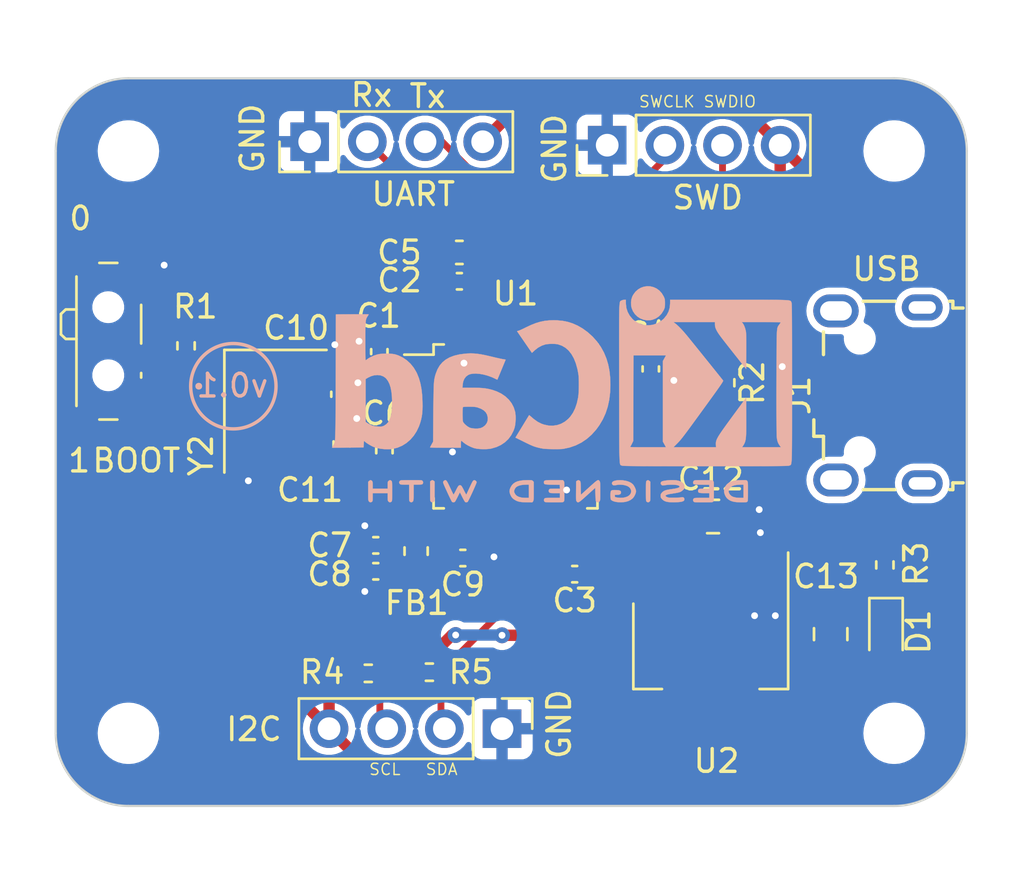
<source format=kicad_pcb>
(kicad_pcb (version 20221018) (generator pcbnew)
  (title_block (title "STM32 Demo Project") (date "2024-06-11") (rev "0.1"))
  (layers (0 "F.Cu" signal) (31 "B.Cu" power) (34 "B.Paste" user) (35 "F.Paste" user) (36 "B.SilkS" user "B.Silkscreen") (37 "F.SilkS" user "F.Silkscreen") (38 "B.Mask" user) (39 "F.Mask" user) (44 "Edge.Cuts" user))
  (net 0 "")
  (net 1 "+3V3")
  (net 2 "GND")
  (net 3 "+3.3VA")
  (net 4 "/NRST")
  (net 5 "/HSE_IN")
  (net 6 "/HSE_OUT")
  (net 7 "VBUS")
  (net 8 "/PWR_LED_K")
  (net 9 "/USB_D-")
  (net 10 "/USB_D+")
  (net 12 "/SWDIO")
  (net 13 "/SWCLK")
  (net 14 "/USART1_RX")
  (net 15 "/USART1_TX")
  (net 16 "/I2C2_SDA")
  (net 17 "/I2C2_SCL")
  (net 18 "/sw_boot0")
  (net 19 "/boot0")
  (footprint "Button_Switch_SMD:SW_SPDT_PCM12" (layer "F.Cu") (at 129.3876 69.7484 -90)
    (fp_text reference "SW1" hide)
    (fp_text value "SW_SPDT")
    (pad "" smd rect (at -3.65 -0.78 270) (size 1 0.8) (layers "F.Cu" "F.Paste" "F.Mask"))
    (pad "" smd rect (at -3.65 1.43 270) (size 1 0.8) (layers "F.Cu" "F.Paste" "F.Mask"))
    (pad "" np_thru_hole circle (at -1.5 0.33 270) (size 0.9 0.9) (drill 0.9) (layers "*.Cu" "*.Mask"))
    (pad "" np_thru_hole circle (at 1.5 0.33 270) (size 0.9 0.9) (drill 0.9) (layers "*.Cu" "*.Mask"))
    (pad "" smd rect (at 3.65 -0.78 270) (size 1 0.8) (layers "F.Cu" "F.Paste" "F.Mask"))
    (pad "" smd rect (at 3.65 1.43 270) (size 1 0.8) (layers "F.Cu" "F.Paste" "F.Mask"))
    (pad "1" smd rect (at -2.25 -1.43 270) (size 0.7 1.5) (layers "F.Cu" "F.Paste" "F.Mask") (net 2 "GND"))
    (pad "2" smd rect (at 0.75 -1.43 270) (size 0.7 1.5) (layers "F.Cu" "F.Paste" "F.Mask") (net 18 "/sw_boot0"))
    (pad "3" smd rect (at 2.25 -1.43 270) (size 0.7 1.5) (layers "F.Cu" "F.Paste" "F.Mask") (net 1 "+3V3"))
  )
  (footprint "Capacitor_SMD:C_0402_1005Metric" (layer "F.Cu") (at 141 70.2056 90)
    (fp_text reference "C1" (at 1.5748 -0.03 180) (layer "F.SilkS"))
    (fp_text value "100n")
    (pad "1" smd roundrect (at -0.48 0 90) (size 0.56 0.62) (layers "F.Cu" "F.Paste" "F.Mask") (net 1 "+3V3"))
    (pad "2" smd roundrect (at 0.48 0 90) (size 0.56 0.62) (layers "F.Cu" "F.Paste" "F.Mask") (net 2 "GND"))
  )
  (footprint "LED_SMD:LED_0603_1608Metric" (layer "F.Cu") (at 163.322 82.55 -90)
    (fp_text reference "D1" (at 0 -1.43 90) (layer "F.SilkS"))
    (fp_text value "RED")
    (pad "1" smd roundrect (at -0.7875 0 270) (size 0.875 0.95) (layers "F.Cu" "F.Paste" "F.Mask") (net 8 "/PWR_LED_K"))
    (pad "2" smd roundrect (at 0.7875 0 270) (size 0.875 0.95) (layers "F.Cu" "F.Paste" "F.Mask") (net 1 "+3V3"))
  )
  (footprint "Capacitor_SMD:C_0805_2012Metric" (layer "F.Cu") (at 155.702 77.47)
    (fp_text reference "C12" (at -0.1016 -1.6764) (layer "F.SilkS"))
    (fp_text value "22u")
    (pad "1" smd roundrect (at -0.95 0) (size 1 1.45) (layers "F.Cu" "F.Paste" "F.Mask") (net 7 "VBUS"))
    (pad "2" smd roundrect (at 0.95 0) (size 1 1.45) (layers "F.Cu" "F.Paste" "F.Mask") (net 2 "GND"))
  )
  (footprint "MountingHole:MountingHole_2.2mm_M2" (layer "F.Cu") (at 129.9464 87.0204)
    (fp_text reference "H3")
    (fp_text value "MountingHole")
    (pad "" np_thru_hole circle (at 0 0) (size 2.2 2.2) (drill 2.2) (layers "*.Cu" "*.Mask"))
  )
  (footprint "Capacitor_SMD:C_0402_1005Metric" (layer "F.Cu") (at 140.843 79.883 180)
    (fp_text reference "C8" (at 2.032 -0.127) (layer "F.SilkS"))
    (fp_text value "1u")
    (pad "1" smd roundrect (at -0.48 0 180) (size 0.56 0.62) (layers "F.Cu" "F.Paste" "F.Mask") (net 1 "+3V3"))
    (pad "2" smd roundrect (at 0.48 0 180) (size 0.56 0.62) (layers "F.Cu" "F.Paste" "F.Mask") (net 2 "GND"))
  )
  (footprint "Resistor_SMD:R_0402_1005Metric" (layer "F.Cu") (at 143.2052 84.328)
    (fp_text reference "R5" (at 1.8288 0) (layer "F.SilkS"))
    (fp_text value "1k5")
    (pad "1" smd roundrect (at -0.51 0) (size 0.54 0.64) (layers "F.Cu" "F.Paste" "F.Mask") (net 1 "+3V3"))
    (pad "2" smd roundrect (at 0.51 0) (size 0.54 0.64) (layers "F.Cu" "F.Paste" "F.Mask") (net 16 "/I2C2_SDA"))
  )
  (footprint "Capacitor_SMD:C_0402_1005Metric" (layer "F.Cu") (at 144.6784 79.2988)
    (fp_text reference "C9" (at 0 1.1684 180) (layer "F.SilkS"))
    (fp_text value "100n")
    (pad "1" smd roundrect (at -0.48 0) (size 0.56 0.62) (layers "F.Cu" "F.Paste" "F.Mask") (net 4 "/NRST"))
    (pad "2" smd roundrect (at 0.48 0) (size 0.56 0.62) (layers "F.Cu" "F.Paste" "F.Mask") (net 2 "GND"))
  )
  (footprint "MountingHole:MountingHole_2.2mm_M2" (layer "F.Cu") (at 129.9464 61.3664)
    (fp_text reference "H1")
    (fp_text value "MountingHole")
    (pad "" np_thru_hole circle (at 0 0) (size 2.2 2.2) (drill 2.2) (layers "*.Cu" "*.Mask"))
  )
  (footprint "Resistor_SMD:R_0402_1005Metric" (layer "F.Cu") (at 163.2712 79.6036 90)
    (fp_text reference "R3" (at 0.0508 1.3716 90) (layer "F.SilkS"))
    (fp_text value "1k5")
    (pad "1" smd roundrect (at -0.51 0 90) (size 0.54 0.64) (layers "F.Cu" "F.Paste" "F.Mask") (net 8 "/PWR_LED_K"))
    (pad "2" smd roundrect (at 0.51 0 90) (size 0.54 0.64) (layers "F.Cu" "F.Paste" "F.Mask") (net 2 "GND"))
  )
  (footprint "Connector_PinHeader_2.54mm:PinHeader_1x04_P2.54mm_Vertical" (layer "F.Cu") (at 146.4056 86.8172 -90)
    (fp_text reference "J4" hide)
    (fp_text value "Conn_01x04_Pin")
    (pad "1" thru_hole rect (at 0 0 270) (size 1.7 1.7) (drill 1) (layers "*.Cu" "*.Mask") (net 2 "GND"))
    (pad "2" thru_hole oval (at 0 2.54 270) (size 1.7 1.7) (drill 1) (layers "*.Cu" "*.Mask") (net 16 "/I2C2_SDA"))
    (pad "3" thru_hole oval (at 0 5.08 270) (size 1.7 1.7) (drill 1) (layers "*.Cu" "*.Mask") (net 17 "/I2C2_SCL"))
    (pad "4" thru_hole oval (at 0 7.62 270) (size 1.7 1.7) (drill 1) (layers "*.Cu" "*.Mask") (net 1 "+3V3"))
  )
  (footprint "Capacitor_SMD:C_0402_1005Metric" (layer "F.Cu") (at 152.9588 70.9676 -90)
    (fp_text reference "C4" (at -1.524 0.1016 -180) (layer "F.SilkS"))
    (fp_text value "100n")
    (pad "1" smd roundrect (at -0.48 0 270) (size 0.56 0.62) (layers "F.Cu" "F.Paste" "F.Mask") (net 1 "+3V3"))
    (pad "2" smd roundrect (at 0.48 0 270) (size 0.56 0.62) (layers "F.Cu" "F.Paste" "F.Mask") (net 2 "GND"))
  )
  (footprint "Capacitor_SMD:C_0603_1608Metric" (layer "F.Cu") (at 144.526 65.8368)
    (fp_text reference "C5" (at -2.6416 0) (layer "F.SilkS"))
    (fp_text value "10u")
    (pad "1" smd roundrect (at -0.775 0) (size 0.9 0.95) (layers "F.Cu" "F.Paste" "F.Mask") (net 1 "+3V3"))
    (pad "2" smd roundrect (at 0.775 0) (size 0.9 0.95) (layers "F.Cu" "F.Paste" "F.Mask") (net 2 "GND"))
  )
  (footprint "Resistor_SMD:R_0402_1005Metric" (layer "F.Cu") (at 140.5128 84.3788)
    (fp_text reference "R4" (at -2.032 -0.0508) (layer "F.SilkS"))
    (fp_text value "1k5")
    (pad "1" smd roundrect (at -0.51 0) (size 0.54 0.64) (layers "F.Cu" "F.Paste" "F.Mask") (net 1 "+3V3"))
    (pad "2" smd roundrect (at 0.51 0) (size 0.54 0.64) (layers "F.Cu" "F.Paste" "F.Mask") (net 17 "/I2C2_SCL"))
  )
  (footprint "Package_TO_SOT_SMD:SOT-223-3_TabPin2" (layer "F.Cu") (at 155.6004 83.1596 -90)
    (fp_text reference "U2" (at 5.08 -0.254 -180) (layer "F.SilkS"))
    (fp_text value "AMS1117-3.3")
    (pad "1" smd rect (at -3.15 -2.3 270) (size 2 1.5) (layers "F.Cu" "F.Paste" "F.Mask") (net 2 "GND"))
    (pad "2" smd rect (at -3.15 0 270) (size 2 1.5) (layers "F.Cu" "F.Paste" "F.Mask") (net 1 "+3V3"))
    (pad "2" smd rect (at 3.15 0 270) (size 2 3.8) (layers "F.Cu" "F.Paste" "F.Mask") (net 1 "+3V3"))
    (pad "3" smd rect (at -3.15 2.3 270) (size 2 1.5) (layers "F.Cu" "F.Paste" "F.Mask") (net 7 "VBUS"))
  )
  (footprint "Connector_PinHeader_2.54mm:PinHeader_1x04_P2.54mm_Vertical" (layer "F.Cu") (at 151.0384 61.1124 90)
    (fp_text reference "J2" hide)
    (fp_text value "Conn_01x04_Pin")
    (pad "1" thru_hole rect (at 0 0 90) (size 1.7 1.7) (drill 1) (layers "*.Cu" "*.Mask") (net 2 "GND"))
    (pad "2" thru_hole oval (at 0 2.54 90) (size 1.7 1.7) (drill 1) (layers "*.Cu" "*.Mask") (net 13 "/SWCLK"))
    (pad "3" thru_hole oval (at 0 5.08 90) (size 1.7 1.7) (drill 1) (layers "*.Cu" "*.Mask") (net 12 "/SWDIO"))
    (pad "4" thru_hole oval (at 0 7.62 90) (size 1.7 1.7) (drill 1) (layers "*.Cu" "*.Mask") (net 1 "+3V3"))
  )
  (footprint "Inductor_SMD:L_0603_1608Metric" (layer "F.Cu") (at 142.621 78.994 -90)
    (fp_text reference "FB1" (at 2.286 -0.0254) (layer "F.SilkS"))
    (fp_text value "120R")
    (pad "1" smd roundrect (at -0.7875 0 270) (size 0.875 0.95) (layers "F.Cu" "F.Paste" "F.Mask") (net 3 "+3.3VA"))
    (pad "2" smd roundrect (at 0.7875 0 270) (size 0.875 0.95) (layers "F.Cu" "F.Paste" "F.Mask") (net 1 "+3V3"))
  )
  (footprint "Connector_PinHeader_2.54mm:PinHeader_1x04_P2.54mm_Vertical" (layer "F.Cu") (at 137.932 60.96 90)
    (fp_text reference "J3" hide)
    (fp_text value "Conn_01x04_Pin")
    (pad "1" thru_hole rect (at 0 0 90) (size 1.7 1.7) (drill 1) (layers "*.Cu" "*.Mask") (net 2 "GND"))
    (pad "2" thru_hole oval (at 0 2.54 90) (size 1.7 1.7) (drill 1) (layers "*.Cu" "*.Mask") (net 14 "/USART1_RX"))
    (pad "3" thru_hole oval (at 0 5.08 90) (size 1.7 1.7) (drill 1) (layers "*.Cu" "*.Mask") (net 15 "/USART1_TX"))
    (pad "4" thru_hole oval (at 0 7.62 90) (size 1.7 1.7) (drill 1) (layers "*.Cu" "*.Mask") (net 1 "+3V3"))
  )
  (footprint "Connector_USB:USB_Micro-B_Wuerth_629105150521" (layer "F.Cu") (at 162.9664 72.136 90)
    (fp_text reference "J1" (at 0 -3.5 90) (layer "F.SilkS"))
    (fp_text value "USB_B_Micro")
    (pad "" np_thru_hole oval (at -2.5 -0.8 90) (size 0.8 0.8) (drill 0.8) (layers "*.Cu" "*.Mask"))
    (pad "" np_thru_hole oval (at 2.5 -0.8 90) (size 0.8 0.8) (drill 0.8) (layers "*.Cu" "*.Mask"))
    (pad "1" smd rect (at -1.3 -1.9 90) (size 0.45 1.3) (layers "F.Cu" "F.Paste" "F.Mask") (net 7 "VBUS"))
    (pad "2" smd rect (at -0.65 -1.9 90) (size 0.45 1.3) (layers "F.Cu" "F.Paste" "F.Mask") (net 9 "/USB_D-"))
    (pad "3" smd rect (at 0 -1.9 90) (size 0.45 1.3) (layers "F.Cu" "F.Paste" "F.Mask") (net 10 "/USB_D+"))
    (pad "4" smd rect (at 0.65 -1.9 90) (size 0.45 1.3) (layers "F.Cu" "F.Paste" "F.Mask"))
    (pad "5" smd rect (at 1.3 -1.9 90) (size 0.45 1.3) (layers "F.Cu" "F.Paste" "F.Mask") (net 2 "GND"))
    (pad "6" thru_hole oval (at -3.875 1.95 90) (size 1.15 1.8) (drill oval 0.55 1.2) (layers "*.Cu" "*.Mask"))
    (pad "6" thru_hole oval (at -3.725 -1.85 90) (size 1.45 2) (drill oval 0.85 1.4) (layers "*.Cu" "*.Mask"))
    (pad "6" thru_hole oval (at 3.725 -1.85 90) (size 1.45 2) (drill oval 0.85 1.4) (layers "*.Cu" "*.Mask"))
    (pad "6" thru_hole oval (at 3.875 1.95 90) (size 1.15 1.8) (drill oval 0.55 1.2) (layers "*.Cu" "*.Mask"))
  )
  (footprint "Crystal:Crystal_SMD_3225-4Pin_3.2x2.5mm_HandSoldering" (layer "F.Cu") (at 136.4234 72.8316 -90)
    (fp_text reference "Y2" (at 1.946 3.2766 90) (layer "F.SilkS"))
    (fp_text value "16MHz")
    (pad "1" smd rect (at -1.45 1.15 270) (size 2.1 1.8) (layers "F.Cu" "F.Paste" "F.Mask") (net 5 "/HSE_IN"))
    (pad "2" smd rect (at 1.45 1.15 270) (size 2.1 1.8) (layers "F.Cu" "F.Paste" "F.Mask") (net 2 "GND"))
    (pad "3" smd rect (at 1.45 -1.15 270) (size 2.1 1.8) (layers "F.Cu" "F.Paste" "F.Mask") (net 6 "/HSE_OUT"))
    (pad "4" smd rect (at -1.45 -1.15 270) (size 2.1 1.8) (layers "F.Cu" "F.Paste" "F.Mask") (net 2 "GND"))
  )
  (footprint "MountingHole:MountingHole_2.2mm_M2" (layer "F.Cu") (at 163.6776 61.3664)
    (fp_text reference "H2")
    (fp_text value "MountingHole")
    (pad "" np_thru_hole circle (at 0 0) (size 2.2 2.2) (drill 2.2) (layers "*.Cu" "*.Mask"))
  )
  (footprint "Capacitor_SMD:C_0402_1005Metric" (layer "F.Cu") (at 144.526 67.1068)
    (fp_text reference "C2" (at -2.6356 -0.0376) (layer "F.SilkS"))
    (fp_text value "100n")
    (pad "1" smd roundrect (at -0.48 0) (size 0.56 0.62) (layers "F.Cu" "F.Paste" "F.Mask") (net 1 "+3V3"))
    (pad "2" smd roundrect (at 0.48 0) (size 0.56 0.62) (layers "F.Cu" "F.Paste" "F.Mask") (net 2 "GND"))
  )
  (footprint "Package_QFP:LQFP-48_7x7mm_P0.5mm" (layer "F.Cu") (at 147 73.5)
    (fp_text reference "U1" (at 0 -5.85) (layer "F.SilkS"))
    (fp_text value "STM32F103C8T6")
    (pad "1" smd roundrect (at -4.1625 -2.75) (size 1.475 0.3) (layers "F.Cu" "F.Paste" "F.Mask") (net 1 "+3V3"))
    (pad "2" smd roundrect (at -4.1625 -2.25) (size 1.475 0.3) (layers "F.Cu" "F.Paste" "F.Mask"))
    (pad "3" smd roundrect (at -4.1625 -1.75) (size 1.475 0.3) (layers "F.Cu" "F.Paste" "F.Mask"))
    (pad "4" smd roundrect (at -4.1625 -1.25) (size 1.475 0.3) (layers "F.Cu" "F.Paste" "F.Mask"))
    (pad "5" smd roundrect (at -4.1625 -0.75) (size 1.475 0.3) (layers "F.Cu" "F.Paste" "F.Mask") (net 5 "/HSE_IN"))
    (pad "6" smd roundrect (at -4.1625 -0.25) (size 1.475 0.3) (layers "F.Cu" "F.Paste" "F.Mask") (net 6 "/HSE_OUT"))
    (pad "7" smd roundrect (at -4.1625 0.25) (size 1.475 0.3) (layers "F.Cu" "F.Paste" "F.Mask") (net 4 "/NRST"))
    (pad "8" smd roundrect (at -4.1625 0.75) (size 1.475 0.3) (layers "F.Cu" "F.Paste" "F.Mask") (net 2 "GND"))
    (pad "9" smd roundrect (at -4.1625 1.25) (size 1.475 0.3) (layers "F.Cu" "F.Paste" "F.Mask") (net 3 "+3.3VA"))
    (pad "10" smd roundrect (at -4.1625 1.75) (size 1.475 0.3) (layers "F.Cu" "F.Paste" "F.Mask"))
    (pad "11" smd roundrect (at -4.1625 2.25) (size 1.475 0.3) (layers "F.Cu" "F.Paste" "F.Mask"))
    (pad "12" smd roundrect (at -4.1625 2.75) (size 1.475 0.3) (layers "F.Cu" "F.Paste" "F.Mask"))
    (pad "13" smd roundrect (at -2.75 4.1625) (size 0.3 1.475) (layers "F.Cu" "F.Paste" "F.Mask"))
    (pad "14" smd roundrect (at -2.25 4.1625) (size 0.3 1.475) (layers "F.Cu" "F.Paste" "F.Mask"))
    (pad "15" smd roundrect (at -1.75 4.1625) (size 0.3 1.475) (layers "F.Cu" "F.Paste" "F.Mask"))
    (pad "16" smd roundrect (at -1.25 4.1625) (size 0.3 1.475) (layers "F.Cu" "F.Paste" "F.Mask"))
    (pad "17" smd roundrect (at -0.75 4.1625) (size 0.3 1.475) (layers "F.Cu" "F.Paste" "F.Mask"))
    (pad "18" smd roundrect (at -0.25 4.1625) (size 0.3 1.475) (layers "F.Cu" "F.Paste" "F.Mask"))
    (pad "19" smd roundrect (at 0.25 4.1625) (size 0.3 1.475) (layers "F.Cu" "F.Paste" "F.Mask"))
    (pad "20" smd roundrect (at 0.75 4.1625) (size 0.3 1.475) (layers "F.Cu" "F.Paste" "F.Mask"))
    (pad "21" smd roundrect (at 1.25 4.1625) (size 0.3 1.475) (layers "F.Cu" "F.Paste" "F.Mask") (net 17 "/I2C2_SCL"))
    (pad "22" smd roundrect (at 1.75 4.1625) (size 0.3 1.475) (layers "F.Cu" "F.Paste" "F.Mask") (net 16 "/I2C2_SDA"))
    (pad "23" smd roundrect (at 2.25 4.1625) (size 0.3 1.475) (layers "F.Cu" "F.Paste" "F.Mask") (net 2 "GND"))
    (pad "24" smd roundrect (at 2.75 4.1625) (size 0.3 1.475) (layers "F.Cu" "F.Paste" "F.Mask") (net 1 "+3V3"))
    (pad "25" smd roundrect (at 4.1625 2.75) (size 1.475 0.3) (layers "F.Cu" "F.Paste" "F.Mask"))
    (pad "26" smd roundrect (at 4.1625 2.25) (size 1.475 0.3) (layers "F.Cu" "F.Paste" "F.Mask"))
    (pad "27" smd roundrect (at 4.1625 1.75) (size 1.475 0.3) (layers "F.Cu" "F.Paste" "F.Mask"))
    (pad "28" smd roundrect (at 4.1625 1.25) (size 1.475 0.3) (layers "F.Cu" "F.Paste" "F.Mask"))
    (pad "29" smd roundrect (at 4.1625 0.75) (size 1.475 0.3) (layers "F.Cu" "F.Paste" "F.Mask"))
    (pad "30" smd roundrect (at 4.1625 0.25) (size 1.475 0.3) (layers "F.Cu" "F.Paste" "F.Mask"))
    (pad "31" smd roundrect (at 4.1625 -0.25) (size 1.475 0.3) (layers "F.Cu" "F.Paste" "F.Mask"))
    (pad "32" smd roundrect (at 4.1625 -0.75) (size 1.475 0.3) (layers "F.Cu" "F.Paste" "F.Mask") (net 9 "/USB_D-"))
    (pad "33" smd roundrect (at 4.1625 -1.25) (size 1.475 0.3) (layers "F.Cu" "F.Paste" "F.Mask") (net 10 "/USB_D+"))
    (pad "34" smd roundrect (at 4.1625 -1.75) (size 1.475 0.3) (layers "F.Cu" "F.Paste" "F.Mask") (net 12 "/SWDIO"))
    (pad "35" smd roundrect (at 4.1625 -2.25) (size 1.475 0.3) (layers "F.Cu" "F.Paste" "F.Mask") (net 2 "GND"))
    (pad "36" smd roundrect (at 4.1625 -2.75) (size 1.475 0.3) (layers "F.Cu" "F.Paste" "F.Mask") (net 1 "+3V3"))
    (pad "37" smd roundrect (at 2.75 -4.1625) (size 0.3 1.475) (layers "F.Cu" "F.Paste" "F.Mask") (net 13 "/SWCLK"))
    (pad "38" smd roundrect (at 2.25 -4.1625) (size 0.3 1.475) (layers "F.Cu" "F.Paste" "F.Mask"))
    (pad "39" smd roundrect (at 1.75 -4.1625) (size 0.3 1.475) (layers "F.Cu" "F.Paste" "F.Mask"))
    (pad "40" smd roundrect (at 1.25 -4.1625) (size 0.3 1.475) (layers "F.Cu" "F.Paste" "F.Mask"))
    (pad "41" smd roundrect (at 0.75 -4.1625) (size 0.3 1.475) (layers "F.Cu" "F.Paste" "F.Mask"))
    (pad "42" smd roundrect (at 0.25 -4.1625) (size 0.3 1.475) (layers "F.Cu" "F.Paste" "F.Mask") (net 15 "/USART1_TX"))
    (pad "43" smd roundrect (at -0.25 -4.1625) (size 0.3 1.475) (layers "F.Cu" "F.Paste" "F.Mask") (net 14 "/USART1_RX"))
    (pad "44" smd roundrect (at -0.75 -4.1625) (size 0.3 1.475) (layers "F.Cu" "F.Paste" "F.Mask") (net 19 "/boot0"))
    (pad "45" smd roundrect (at -1.25 -4.1625) (size 0.3 1.475) (layers "F.Cu" "F.Paste" "F.Mask"))
    (pad "46" smd roundrect (at -1.75 -4.1625) (size 0.3 1.475) (layers "F.Cu" "F.Paste" "F.Mask"))
    (pad "47" smd roundrect (at -2.25 -4.1625) (size 0.3 1.475) (layers "F.Cu" "F.Paste" "F.Mask") (net 2 "GND"))
    (pad "48" smd roundrect (at -2.75 -4.1625) (size 0.3 1.475) (layers "F.Cu" "F.Paste" "F.Mask") (net 1 "+3V3"))
  )
  (footprint "Capacitor_SMD:C_0402_1005Metric" (layer "F.Cu") (at 149.606 80.01 180)
    (fp_text reference "C3" (at 0 -1.16) (layer "F.SilkS"))
    (fp_text value "100n")
    (pad "1" smd roundrect (at -0.48 0 180) (size 0.56 0.62) (layers "F.Cu" "F.Paste" "F.Mask") (net 1 "+3V3"))
    (pad "2" smd roundrect (at 0.48 0 180) (size 0.56 0.62) (layers "F.Cu" "F.Paste" "F.Mask") (net 2 "GND"))
  )
  (footprint "Resistor_SMD:R_0402_1005Metric" (layer "F.Cu") (at 132.4864 69.9516 90)
    (fp_text reference "R1" (at 1.7272 0.4064 180) (layer "F.SilkS"))
    (fp_text value "10k")
    (pad "1" smd roundrect (at -0.51 0 90) (size 0.54 0.64) (layers "F.Cu" "F.Paste" "F.Mask") (net 18 "/sw_boot0"))
    (pad "2" smd roundrect (at 0.51 0 90) (size 0.54 0.64) (layers "F.Cu" "F.Paste" "F.Mask") (net 19 "/boot0"))
  )
  (footprint "Capacitor_SMD:C_0402_1005Metric" (layer "F.Cu") (at 140.843 78.74 180)
    (fp_text reference "C7" (at 2.032 0) (layer "F.SilkS"))
    (fp_text value "1u")
    (pad "1" smd roundrect (at -0.48 0 180) (size 0.56 0.62) (layers "F.Cu" "F.Paste" "F.Mask") (net 3 "+3.3VA"))
    (pad "2" smd roundrect (at 0.48 0 180) (size 0.56 0.62) (layers "F.Cu" "F.Paste" "F.Mask") (net 2 "GND"))
  )
  (footprint "MountingHole:MountingHole_2.2mm_M2" (layer "F.Cu") (at 163.6776 87.0204)
    (fp_text reference "H4")
    (fp_text value "MountingHole")
    (pad "" np_thru_hole circle (at 0 0) (size 2.2 2.2) (drill 2.2) (layers "*.Cu" "*.Mask"))
  )
  (footprint "Capacitor_SMD:C_0402_1005Metric" (layer "F.Cu") (at 139.3444 74.2696 90)
    (fp_text reference "C11" (at -2.032 -1.397 180) (layer "F.SilkS"))
    (fp_text value "10p")
    (pad "1" smd roundrect (at -0.48 0 90) (size 0.56 0.62) (layers "F.Cu" "F.Paste" "F.Mask") (net 6 "/HSE_OUT"))
    (pad "2" smd roundrect (at 0.48 0 90) (size 0.56 0.62) (layers "F.Cu" "F.Paste" "F.Mask") (net 2 "GND"))
  )
  (footprint "Capacitor_SMD:C_0402_1005Metric" (layer "F.Cu") (at 141.224 74.5744 90)
    (fp_text reference "C6" (at 1.651 0) (layer "F.SilkS"))
    (fp_text value "10n")
    (pad "1" smd roundrect (at -0.48 0 90) (size 0.56 0.62) (layers "F.Cu" "F.Paste" "F.Mask") (net 3 "+3.3VA"))
    (pad "2" smd roundrect (at 0.48 0 90) (size 0.56 0.62) (layers "F.Cu" "F.Paste" "F.Mask") (net 2 "GND"))
  )
  (footprint "Capacitor_SMD:C_0805_2012Metric" (layer "F.Cu") (at 160.8836 82.6516 90)
    (fp_text reference "C13" (at 2.54 -0.2032 180) (layer "F.SilkS"))
    (fp_text value "22u")
    (pad "1" smd roundrect (at -0.95 0 90) (size 1 1.45) (layers "F.Cu" "F.Paste" "F.Mask") (net 1 "+3V3"))
    (pad "2" smd roundrect (at 0.95 0 90) (size 1 1.45) (layers "F.Cu" "F.Paste" "F.Mask") (net 2 "GND"))
  )
  (footprint "Capacitor_SMD:C_0402_1005Metric" (layer "F.Cu") (at 139.2428 72.0852 90)
    (fp_text reference "C10" (at 2.921 -1.905 180) (layer "F.SilkS"))
    (fp_text value "10p")
    (pad "1" smd roundrect (at -0.48 0 90) (size 0.56 0.62) (layers "F.Cu" "F.Paste" "F.Mask") (net 5 "/HSE_IN"))
    (pad "2" smd roundrect (at 0.48 0 90) (size 0.56 0.62) (layers "F.Cu" "F.Paste" "F.Mask") (net 2 "GND"))
  )
  (footprint "Resistor_SMD:R_0402_1005Metric" (layer "F.Cu") (at 156.2608 71.5772 -90)
    (fp_text reference "R2" (at 0 -1.17 90) (layer "F.SilkS"))
    (fp_text value "1k5")
    (pad "1" smd roundrect (at -0.51 0 270) (size 0.54 0.64) (layers "F.Cu" "F.Paste" "F.Mask") (net 1 "+3V3"))
    (pad "2" smd roundrect (at 0.51 0 270) (size 0.54 0.64) (layers "F.Cu" "F.Paste" "F.Mask") (net 10 "/USB_D+"))
  )
  (footprint "Symbol:KiCad-Logo2_8mm_SilkScreen" (layer "B.Cu") (at 149.057093 71.261624 180)
    (fp_text reference "REF**" hide)
    (fp_text value "KiCad-Logo2_8mm_SilkScreen" hide)
  )
  (gr_circle (center 134.5692 71.7296) (end 132.6896 71.7804) (stroke (width 0.15)) (fill none) (layer "B.SilkS"))
  (gr_circle (center 133.0452 71.7296) (end 133.0452 71.7296) (stroke (width 0.15)) (fill none) (layer "B.SilkS"))
  (gr_arc (start 129.9464 90.2208) (mid 127.683375 89.283425) (end 126.746 87.0204) (stroke (width 0.1)) (layer "Edge.Cuts"))
  (gr_arc (start 163.6776 58.166) (mid 165.940625 59.103375) (end 166.878 61.3664) (stroke (width 0.1)) (layer "Edge.Cuts"))
  (gr_arc (start 166.878 87.0204) (mid 165.940625 89.283425) (end 163.6776 90.2208) (stroke (width 0.1)) (layer "Edge.Cuts"))
  (gr_line (start 126.746 87.0204) (end 126.746 61.3664) (stroke (width 0.1)) (layer "Edge.Cuts"))
  (gr_line (start 166.878 87.0204) (end 166.878 61.3664) (stroke (width 0.1)) (layer "Edge.Cuts"))
  (gr_line (start 163.6776 90.2208) (end 129.9464 90.2208) (stroke (width 0.1)) (layer "Edge.Cuts"))
  (gr_line (start 129.9464 58.166) (end 163.6776 58.166) (stroke (width 0.1)) (layer "Edge.Cuts"))
  (gr_arc (start 126.746 61.3664) (mid 127.683375 59.103375) (end 129.9464 58.166) (stroke (width 0.1)) (layer "Edge.Cuts"))
  (gr_text "v0.1" (at 136.1948 72.2884) (layer "B.SilkS") (effects (font (size 1 1)) (justify left bottom mirror)))
  (gr_text "SCL" (at 140.5128 88.9) (layer "F.SilkS") (effects (font (size 0.5 0.5) (thickness 0.0625)) (justify left bottom)))
  (gr_text "1\n" (at 127.2032 75.5904) (layer "F.SilkS") (effects (font (size 1 1)) (justify left bottom)))
  (gr_text "BOOT\n" (at 128.27 75.5904) (layer "F.SilkS") (effects (font (size 1 1)) (justify left bottom)))
  (gr_text "Rx" (at 139.6492 59.4868) (layer "F.SilkS") (effects (font (size 1 1)) (justify left bottom)))
  (gr_text "GND	\n" (at 135.9916 62.4332 90) (layer "F.SilkS") (effects (font (size 1 1)) (justify left bottom)))
  (gr_text "0\n" (at 127.254 64.9224) (layer "F.SilkS") (effects (font (size 1 1)) (justify left bottom)))
  (gr_text "GND	\n" (at 149.5044 88.2396 90) (layer "F.SilkS") (effects (font (size 1 1)) (justify left bottom)))
  (gr_text "USB\n" (at 161.7472 67.1576) (layer "F.SilkS") (effects (font (size 1 1)) (justify left bottom)))
  (gr_text "Tx" (at 142.24 59.5376) (layer "F.SilkS") (effects (font (size 1 1)) (justify left bottom)))
  (gr_text "SDA" (at 143.002 88.9) (layer "F.SilkS") (effects (font (size 0.5 0.5) (thickness 0.0625)) (justify left bottom)))
  (gr_text "GND	\n" (at 149.3012 62.8904 90) (layer "F.SilkS") (effects (font (size 1 1)) (justify left bottom)))
  (gr_text "SWCLK" (at 152.4 59.4868) (layer "F.SilkS") (effects (font (size 0.5 0.5) (thickness 0.0625)) (justify left bottom)))
  (gr_text "UART\n" (at 140.5636 63.8556) (layer "F.SilkS") (effects (font (size 1 1)) (justify left bottom)))
  (gr_text "SWDIO" (at 155.2448 59.4868) (layer "F.SilkS") (effects (font (size 0.5 0.5) (thickness 0.0625)) (justify left bottom)))
  (gr_text "I2C\n" (at 134.1628 87.4268) (layer "F.SilkS") (effects (font (size 1 1)) (justify left bottom)))
  (gr_text "SWD" (at 153.8224 64.008) (layer "F.SilkS") (effects (font (size 1 1)) (justify left bottom)))
  (segment (start 141 70.6856) (end 142.7731 70.6856) (width 0.3) (layer "F.Cu") (net 1))
  (segment (start 144.25 68.3548) (end 144.018 68.1228) (width 0.3) (layer "F.Cu") (net 1))
  (segment (start 164.592 84.5312) (end 164.592 78.3336) (width 0.5) (layer "F.Cu") (net 1))
  (segment (start 142.5195 79.883) (end 142.621 79.7815) (width 0.5) (layer "F.Cu") (net 1))
  (segment (start 147.9804 82.7024) (end 153.924 88.646) (width 0.5) (layer "F.Cu") (net 1))
  (segment (start 142.5956 67.564) (end 142.5956 70.5081) (width 0.5) (layer "F.Cu") (net 1))
  (segment (start 132.7764 80.808) (end 132.7764 71.9984) (width 0.5) (layer "F.Cu") (net 1))
  (segment (start 138.7856 86.8172) (end 140.6144 88.646) (width 0.5) (layer "F.Cu") (net 1))
  (segment (start 156.5756 59.0296) (end 147.4824 59.0296) (width 0.5) (layer "F.Cu") (net 1))
  (segment (start 133.604 69.2404) (end 137.0076 65.8368) (width 0.5) (layer "F.Cu") (net 1))
  (segment (start 149.75 77.6625) (end 149.75 79.674) (width 0.3) (layer "F.Cu") (net 1))
  (segment (start 138.7856 86.8172) (end 138.7856 85.596) (width 0.5) (layer "F.Cu") (net 1))
  (segment (start 133.604 71.1708) (end 133.604 69.2404) (width 0.5) (layer "F.Cu") (net 1))
  (segment (start 156.2608 71.0164) (end 156.2608 71.0672) (width 0.5) (layer "F.Cu") (net 1))
  (segment (start 164.592 78.3336) (end 163.2204 76.962) (width 0.5) (layer "F.Cu") (net 1))
  (segment (start 140.0028 84.3788) (end 140.0028 82.3997) (width 0.5) (layer "F.Cu") (net 1))
  (segment (start 163.2204 76.962) (end 163.2204 65.6744) (width 0.5) (layer "F.Cu") (net 1))
  (segment (start 140.6144 88.646) (end 153.924 88.646) (width 0.5) (layer "F.Cu") (net 1))
  (segment (start 155.6812 70.4876) (end 152.9588 70.4876) (width 0.5) (layer "F.Cu") (net 1))
  (segment (start 144.25 69.3375) (end 144.25 68.3548) (width 0.3) (layer "F.Cu") (net 1))
  (segment (start 137.0076 65.8368) (end 142.1384 65.8368) (width 0.5) (layer "F.Cu") (net 1))
  (segment (start 158.6584 61.1124) (end 156.5756 59.0296) (width 0.5) (layer "F.Cu") (net 1))
  (segment (start 142.1384 67.1068) (end 142.5956 67.564) (width 0.5) (layer "F.Cu") (net 1))
  (segment (start 144.018 68.1228) (end 144.046 68.0948) (width 0.3) (layer "F.Cu") (net 1))
  (segment (start 132.7764 71.9984) (end 133.604 71.1708) (width 0.5) (layer "F.Cu") (net 1))
  (segment (start 158.6584 61.1124) (end 158.6584 68.6188) (width 0.5) (layer "F.Cu") (net 1))
  (segment (start 130.8176 71.9984) (end 132.7764 71.9984) (width 0.5) (layer "F.Cu") (net 1))
  (segment (start 144.046 66.1318) (end 143.751 65.8368) (width 0.5) (layer "F.Cu") (net 1))
  (segment (start 153.924 88.646) (end 155.6004 88.646) (width 0.5) (layer "F.Cu") (net 1))
  (segment (start 142.1384 65.8368) (end 143.751 65.8368) (width 0.5) (layer "F.Cu") (net 1))
  (segment (start 156.2608 71.0672) (end 155.6812 70.4876) (width 0.5) (layer "F.Cu") (net 1))
  (segment (start 147.4824 59.0296) (end 145.552 60.96) (width 0.5) (layer "F.Cu") (net 1))
  (segment (start 149.75 79.674) (end 150.086 80.01) (width 0.3) (layer "F.Cu") (net 1))
  (segment (start 142.6952 84.196944) (end 144.201119 82.691025) (width 0.5) (layer "F.Cu") (net 1))
  (segment (start 158.6584 68.6188) (end 156.2608 71.0164) (width 0.5) (layer "F.Cu") (net 1))
  (segment (start 163.0579 83.6016) (end 163.322 83.3375) (width 0.5) (layer "F.Cu") (net 1))
  (segment (start 138.7856 85.596) (end 140.0028 84.3788) (width 0.5) (layer "F.Cu") (net 1))
  (segment (start 144.201119 82.691025) (end 144.362225 82.691025) (width 0.5) (layer "F.Cu") (net 1))
  (segment (start 138.7856 86.8172) (end 132.7764 80.808) (width 0.5) (layer "F.Cu") (net 1))
  (segment (start 155.6004 88.646) (end 158.4452 88.646) (width 0.5) (layer "F.Cu") (net 1))
  (segment (start 142.7731 70.6856) (end 142.8375 70.75) (width 0.3) (layer "F.Cu") (net 1))
  (segment (start 142.5956 70.5081) (end 142.7375 70.65) (width 0.5) (layer "F.Cu") (net 1))
  (segment (start 150.086 80.5968) (end 147.9804 82.7024) (width 0.5) (layer "F.Cu") (net 1))
  (segment (start 152.6964 70.75) (end 152.9588 70.4876) (width 0.3) (layer "F.Cu") (net 1))
  (segment (start 142.7375 70.65) (end 142.8375 70.65) (width 0.5) (layer "F.Cu") (net 1))
  (segment (start 144.046 67.1068) (end 144.046 66.1318) (width 0.5) (layer "F.Cu") (net 1))
  (segment (start 158.4452 88.646) (end 162.56 84.5312) (width 0.5) (layer "F.Cu") (net 1))
  (segment (start 151.1625 70.75) (end 152.6964 70.75) (width 0.3) (layer "F.Cu") (net 1))
  (segment (start 160.8836 83.6016) (end 163.0579 83.6016) (width 0.5) (layer "F.Cu") (net 1))
  (segment (start 144.046 68.0948) (end 144.046 67.1068) (width 0.3) (layer "F.Cu") (net 1))
  (segment (start 142.6952 84.328) (end 142.6952 84.196944) (width 0.5) (layer "F.Cu") (net 1))
  (segment (start 150.086 80.01) (end 150.086 80.5968) (width 0.5) (layer "F.Cu") (net 1))
  (segment (start 163.2204 65.6744) (end 158.6584 61.1124) (width 0.5) (layer "F.Cu") (net 1))
  (segment (start 146.4056 82.7024) (end 147.9804 82.7024) (width 0.5) (layer "F.Cu") (net 1))
  (segment (start 141.323 79.883) (end 142.5195 79.883) (width 0.5) (layer "F.Cu") (net 1))
  (segment (start 155.6004 86.3096) (end 155.6004 88.646) (width 0.5) (layer "F.Cu") (net 1))
  (segment (start 140.0028 82.3997) (end 142.621 79.7815) (width 0.5) (layer "F.Cu") (net 1))
  (segment (start 162.56 84.5312) (end 164.592 84.5312) (width 0.5) (layer "F.Cu") (net 1))
  (segment (start 142.1384 65.8368) (end 142.1384 67.1068) (width 0.5) (layer "F.Cu") (net 1))
  (via (at 146.4056 82.7024) (size 0.7) (drill 0.3) (layers "F.Cu" "B.Cu") (net 1))
  (via (at 144.362225 82.691025) (size 0.7) (drill 0.3) (layers "F.Cu" "B.Cu") (net 1))
  (segment (start 146.394225 82.691025) (end 146.4056 82.7024) (width 0.5) (layer "B.Cu") (net 1))
  (segment (start 144.362225 82.691025) (end 146.394225 82.691025) (width 0.5) (layer "B.Cu") (net 1))
  (segment (start 153.9468 71.4476) (end 153.9748 71.4756) (width 0.5) (layer "F.Cu") (net 2))
  (segment (start 145.006 68.1508) (end 145.006 67.1068) (width 0.3) (layer "F.Cu") (net 2))
  (segment (start 160.8836 80.9244) (end 162.7144 79.0936) (width 0.5) (layer "F.Cu") (net 2))
  (segment (start 149.25 76.302) (end 149.2504 76.3016) (width 0.3) (layer "F.Cu") (net 2))
  (segment (start 162.7144 79.0936) (end 163.2712 79.0936) (width 0.5) (layer "F.Cu") (net 2))
  (segment (start 152.7612 71.25) (end 152.9588 71.4476) (width 0.3) (layer "F.Cu") (net 2))
  (segment (start 140.363 77.879) (end 140.3604 77.8764) (width 0.3) (layer "F.Cu") (net 2))
  (segment (start 139.3444 73.7896) (end 139.3672 73.7896) (width 0.3) (layer "F.Cu") (net 2))
  (segment (start 140.0276 71.6052) (end 140.0556 71.5772) (width 0.3) (layer "F.Cu") (net 2))
  (segment (start 139.2428 71.6052) (end 140.0276 71.6052) (width 0.3) (layer "F.Cu") (net 2))
  (segment (start 140.363 79.883) (end 140.363 80.7694) (width 0.3) (layer "F.Cu") (net 2))
  (segment (start 135.2734 75.8514) (end 135.2296 75.8952) (width 0.3) (layer "F.Cu") (net 2))
  (segment (start 160.8836 81.7016) (end 160.8836 80.9244) (width 0.5) (layer "F.Cu") (net 2))
  (segment (start 130.8176 67.0992) (end 131.5212 66.3956) (width 0.3) (layer "F.Cu") (net 2))
  (segment (start 145.006 67.1068) (end 145.006 66.1318) (width 0.5) (layer "F.Cu") (net 2))
  (segment (start 130.8176 67.4984) (end 130.8176 67.0992) (width 0.3) (layer "F.Cu") (net 2))
  (segment (start 139.3672 73.7896) (end 140.0048 73.152) (width 0.3) (layer "F.Cu") (net 2))
  (segment (start 158.78 70.836) (end 158.75 70.866) (width 0.3) (layer "F.Cu") (net 2))
  (segment (start 145.006 66.1318) (end 145.301 65.8368) (width 0.5) (layer "F.Cu") (net 2))
  (segment (start 140.1064 69.7484) (end 140.9772 69.7484) (width 0.3) (layer "F.Cu") (net 2))
  (segment (start 145.9992 79.2988) (end 146.05 79.248) (width 0.5) (layer "F.Cu") (net 2))
  (segment (start 142.8375 74.25) (end 143.846 74.25) (width 0.3) (layer "F.Cu") (net 2))
  (segment (start 141.3796 74.25) (end 141.224 74.0944) (width 0.3) (layer "F.Cu") (net 2))
  (segment (start 140.9772 69.7484) (end 141 69.7256) (width 0.3) (layer "F.Cu") (net 2))
  (segment (start 137.5734 71.367) (end 139.0396 69.9008) (width 0.5) (layer "F.Cu") (net 2))
  (segment (start 142.8375 74.25) (end 141.3796 74.25) (width 0.3) (layer "F.Cu") (net 2))
  (segment (start 140.363 80.7694) (end 140.3604 80.772) (width 0.3) (layer "F.Cu") (net 2))
  (segment (start 135.2734 74.2816) (end 135.2734 75.8514) (width 0.3) (layer "F.Cu") (net 2))
  (segment (start 141.224 74.0944) (end 141.035734 74.0944) (width 0.5) (layer "F.Cu") (net 2))
  (segment (start 140.363 78.74) (end 140.363 77.879) (width 0.3) (layer "F.Cu") (net 2))
  (segment (start 151.1625 71.25) (end 152.7612 71.25) (width 0.3) (layer "F.Cu") (net 2))
  (segment (start 149.25 77.6625) (end 149.25 79.886) (width 0.3) (layer "F.Cu") (net 2))
  (segment (start 141 69.7256) (end 140.811734 69.7256) (width 0.5) (layer "F.Cu") (net 2))
  (segment (start 160.7108 70.836) (end 158.78 70.836) (width 0.3) (layer "F.Cu") (net 2))
  (segment (start 137.5734 71.3816) (end 137.5734 71.367) (width 0.5) (layer "F.Cu") (net 2))
  (segment (start 144.75 69.3375) (end 144.75 68.4068) (width 0.3) (layer "F.Cu") (net 2))
  (segment (start 144.75 70.6928) (end 144.7292 70.7136) (width 0.3) (layer "F.Cu") (net 2))
  (segment (start 149.25 77.6625) (end 149.25 76.302) (width 0.3) (layer "F.Cu") (net 2))
  (segment (start 152.9588 71.4476) (end 153.9468 71.4476) (width 0.5) (layer "F.Cu") (net 2))
  (segment (start 137.797 71.6052) (end 137.5734 71.3816) (width 0.5) (layer "F.Cu") (net 2))
  (segment (start 149.25 79.886) (end 149.126 80.01) (width 0.3) (layer "F.Cu") (net 2))
  (segment (start 139.3444 73.7896) (end 139.361296 73.7896) (width 0.5) (layer "F.Cu") (net 2))
  (segment (start 144.75 68.4068) (end 145.006 68.1508) (width 0.3) (layer "F.Cu") (net 2))
  (segment (start 143.846 74.25) (end 144.2212 74.6252) (width 0.3) (layer "F.Cu") (net 2))
  (segment (start 144.75 69.3375) (end 144.75 70.6928) (width 0.3) (layer "F.Cu") (net 2))
  (segment (start 145.1584 79.2988) (end 145.9992 79.2988) (width 0.5) (layer "F.Cu") (net 2))
  (via (at 157.5308 81.8388) (size 0.7) (drill 0.3) (layers "F.Cu" "B.Cu") (net 2))
  (via (at 153.9748 71.4756) (size 0.7) (drill 0.3) (layers "F.Cu" "B.Cu") (net 2))
  (via (at 158.4452 81.8388) (size 0.7) (drill 0.3) (layers "F.Cu" "B.Cu") (net 2))
  (via (at 140.0556 71.5772) (size 0.7) (drill 0.3) (layers "F.Cu" "B.Cu") (net 2))
  (via (at 149.2504 76.3016) (size 0.7) (drill 0.3) (layers "F.Cu" "B.Cu") (net 2))
  (via (at 140.3604 80.772) (size 0.7) (drill 0.3) (layers "F.Cu" "B.Cu") (net 2))
  (via (at 157.734 77.1652) (size 0.7) (drill 0.3) (layers "F.Cu" "B.Cu") (net 2))
  (via (at 140.0048 73.152) (size 0.7) (drill 0.3) (layers "F.Cu" "B.Cu") (net 2))
  (via (at 135.2296 75.8952) (size 0.7) (drill 0.3) (layers "F.Cu" "B.Cu") (net 2))
  (via (at 140.3604 77.8764) (size 0.7) (drill 0.3) (layers "F.Cu" "B.Cu") (net 2))
  (via (at 131.5212 66.3956) (size 0.7) (drill 0.3) (layers "F.Cu" "B.Cu") (net 2))
  (via (at 144.7292 70.7136) (size 0.7) (drill 0.3) (layers "F.Cu" "B.Cu") (net 2))
  (via (at 144.2212 74.6252) (size 0.7) (drill 0.3) (layers "F.Cu" "B.Cu") (net 2))
  (via (at 146.05 79.248) (size 0.7) (drill 0.3) (layers "F.Cu" "B.Cu") (net 2))
  (via (at 157.7848 78.1812) (size 0.7) (drill 0.3) (layers "F.Cu" "B.Cu") (net 2))
  (via (at 140.1064 69.7484) (size 0.7) (drill 0.3) (layers "F.Cu" "B.Cu") (net 2))
  (via (at 158.75 70.866) (size 0.7) (drill 0.3) (layers "F.Cu" "B.Cu") (net 2))
  (via (at 139.0396 69.9008) (size 0.7) (drill 0.3) (layers "F.Cu" "B.Cu") (net 2))
  (segment (start 142.0875 78.74) (end 142.621 78.2065) (width 0.5) (layer "F.Cu") (net 3))
  (segment (start 141.5284 74.75) (end 141.224 75.0544) (width 0.3) (layer "F.Cu") (net 3))
  (segment (start 142.8375 74.75) (end 141.5284 74.75) (width 0.3) (layer "F.Cu") (net 3))
  (segment (start 141.323 78.74) (end 142.0875 78.74) (width 0.5) (layer "F.Cu") (net 3))
  (segment (start 141.224 76.8095) (end 142.621 78.2065) (width 0.5) (layer "F.Cu") (net 3))
  (segment (start 141.224 75.0544) (end 141.224 76.8095) (width 0.5) (layer "F.Cu") (net 3))
  (segment (start 144.7684 73.75) (end 145.4404 74.422) (width 0.3) (layer "F.Cu") (net 4))
  (segment (start 142.8375 73.75) (end 144.7684 73.75) (width 0.3) (layer "F.Cu") (net 4))
  (segment (start 143.5608 77.01108) (end 143.5608 78.6612) (width 0.3) (layer "F.Cu") (net 4))
  (segment (start 145.4404 75.13148) (end 143.5608 77.01108) (width 0.3) (layer "F.Cu") (net 4))
  (segment (start 145.4404 74.422) (end 145.4404 75.13148) (width 0.3) (layer "F.Cu") (net 4))
  (segment (start 143.5608 78.6612) (end 144.1984 79.2988) (width 0.3) (layer "F.Cu") (net 4))
  (segment (start 142.8375 72.75) (end 141.99688 72.75) (width 0.3) (layer "F.Cu") (net 5))
  (segment (start 135.2734 71.7316) (end 136.3234 72.7816) (width 0.3) (layer "F.Cu") (net 5))
  (segment (start 141.99688 72.75) (end 141.53528 72.2884) (width 0.3) (layer "F.Cu") (net 5))
  (segment (start 139.5196 72.2884) (end 139.2428 72.5652) (width 0.3) (layer "F.Cu") (net 5))
  (segment (start 136.3234 72.7816) (end 139.0264 72.7816) (width 0.3) (layer "F.Cu") (net 5))
  (segment (start 135.2734 71.3816) (end 135.2734 71.7316) (width 0.3) (layer "F.Cu") (net 5))
  (segment (start 141.53528 72.2884) (end 139.5196 72.2884) (width 0.3) (layer "F.Cu") (net 5))
  (segment (start 139.0264 72.7816) (end 139.2428 72.5652) (width 0.3) (layer "F.Cu") (net 5))
  (segment (start 142.8375 73.25) (end 141.031606 73.25) (width 0.3) (layer "F.Cu") (net 6))
  (segment (start 139.3444 74.7496) (end 138.0414 74.7496) (width 0.3) (layer "F.Cu") (net 6))
  (segment (start 140.435734 73.845872) (end 140.435734 74.346666) (width 0.3) (layer "F.Cu") (net 6))
  (segment (start 138.0414 74.7496) (end 137.5734 74.2816) (width 0.3) (layer "F.Cu") (net 6))
  (segment (start 140.0328 74.7496) (end 139.3444 74.7496) (width 0.3) (layer "F.Cu") (net 6))
  (segment (start 140.435734 74.346666) (end 140.0328 74.7496) (width 0.3) (layer "F.Cu") (net 6))
  (segment (start 141.031606 73.25) (end 140.435734 73.845872) (width 0.3) (layer "F.Cu") (net 6))
  (segment (start 163.322 81.7625) (end 163.322 80.1644) (width 0.3) (layer "F.Cu") (net 8))
  (segment (start 163.322 80.1644) (end 163.2712 80.1136) (width 0.3) (layer "F.Cu") (net 8))
  (segment (start 161.0304 72.75) (end 161.0664 72.786) (width 0.2) (layer "F.Cu") (net 9))
  (segment (start 151.1625 72.75) (end 161.0304 72.75) (width 0.2) (layer "F.Cu") (net 9))
  (segment (start 151.1625 72.25) (end 160.9524 72.25) (width 0.2) (layer "F.Cu") (net 10))
  (segment (start 160.9524 72.25) (end 161.0664 72.136) (width 0.2) (layer "F.Cu") (net 10))
  (segment (start 150.075 70.35312) (end 150.075 71.50312) (width 0.3) (layer "F.Cu") (net 12))
  (segment (start 150.075 71.50312) (end 150.32188 71.75) (width 0.3) (layer "F.Cu") (net 12))
  (segment (start 156.1184 61.1124) (end 156.1184 64.30972) (width 0.3) (layer "F.Cu") (net 12))
  (segment (start 156.1184 64.30972) (end 150.075 70.35312) (width 0.3) (layer "F.Cu") (net 12))
  (segment (start 150.32188 71.75) (end 151.1625 71.75) (width 0.3) (layer "F.Cu") (net 12))
  (segment (start 153.5784 61.1124) (end 153.5784 61.712) (width 0.3) (layer "F.Cu") (net 13))
  (segment (start 153.5784 61.712) (end 149.75 65.5404) (width 0.3) (layer "F.Cu") (net 13))
  (segment (start 149.75 65.5404) (end 149.75 69.3375) (width 0.3) (layer "F.Cu") (net 13))
  (segment (start 144.936494 62.8396) (end 147.32 65.223106) (width 0.3) (layer "F.Cu") (net 14))
  (segment (start 147.32 66.907694) (end 146.75 67.477694) (width 0.3) (layer "F.Cu") (net 14))
  (segment (start 140.472 60.96) (end 142.3516 62.8396) (width 0.3) (layer "F.Cu") (net 14))
  (segment (start 147.32 65.223106) (end 147.32 66.907694) (width 0.3) (layer "F.Cu") (net 14))
  (segment (start 146.75 67.477694) (end 146.75 69.3375) (width 0.3) (layer "F.Cu") (net 14))
  (segment (start 142.3516 62.8396) (end 144.936494 62.8396) (width 0.3) (layer "F.Cu") (net 14))
  (segment (start 143.764 60.96) (end 147.828 65.024) (width 0.3) (layer "F.Cu") (net 15))
  (segment (start 147.828 65.024) (end 147.828 67.1068) (width 0.3) (layer "F.Cu") (net 15))
  (segment (start 147.25 67.6848) (end 147.25 69.3375) (width 0.3) (layer "F.Cu") (net 15))
  (segment (start 147.828 67.1068) (end 147.25 67.6848) (width 0.3) (layer "F.Cu") (net 15))
  (segment (start 143.012 60.96) (end 143.764 60.96) (width 0.3) (layer "F.Cu") (net 15))
  (segment (start 143.7152 84.328) (end 143.7152 86.6668) (width 0.3) (layer "F.Cu") (net 16))
  (segment (start 143.7152 86.6668) (end 143.8656 86.8172) (width 0.3) (layer "F.Cu") (net 16))
  (segment (start 148.75 79.2932) (end 148.75 77.6625) (width 0.3) (layer "F.Cu") (net 16))
  (segment (start 143.7152 84.328) (end 148.75 79.2932) (width 0.3) (layer "F.Cu") (net 16))
  (segment (start 148.25 78.50312) (end 145.47312 81.28) (width 0.3) (layer "F.Cu") (net 17))
  (segment (start 141.0228 86.5144) (end 141.3256 86.8172) (width 0.3) (layer "F.Cu") (net 17))
  (segment (start 141.0228 83.6656) (end 141.0228 84.3788) (width 0.3) (layer "F.Cu") (net 17))
  (segment (start 141.0228 84.3788) (end 141.0228 86.5144) (width 0.3) (layer "F.Cu") (net 17))
  (segment (start 145.47312 81.28) (end 143.4084 81.28) (width 0.3) (layer "F.Cu") (net 17))
  (segment (start 143.4084 81.28) (end 141.0228 83.6656) (width 0.3) (layer "F.Cu") (net 17))
  (segment (start 148.25 77.6625) (end 148.25 78.50312) (width 0.3) (layer "F.Cu") (net 17))
  (segment (start 130.8176 70.4984) (end 132.4496 70.4984) (width 0.3) (layer "F.Cu") (net 18))
  (segment (start 132.4496 70.4984) (end 132.4864 70.4616) (width 0.3) (layer "F.Cu") (net 18))
  (segment (start 144.5768 63.5508) (end 146.25 65.224) (width 0.3) (layer "F.Cu") (net 19))
  (segment (start 146.25 65.224) (end 146.25 69.3375) (width 0.3) (layer "F.Cu") (net 19))
  (segment (start 135.89 63.5508) (end 144.5768 63.5508) (width 0.3) (layer "F.Cu") (net 19))
  (segment (start 132.4864 69.4416) (end 132.4864 66.9544) (width 0.3) (layer "F.Cu") (net 19))
  (segment (start 132.4864 66.9544) (end 135.89 63.5508) (width 0.3) (layer "F.Cu") (net 19))
  (zone (net 1) (net_name "+3V3") (layer "F.Cu") (priority 3) (connect_pads yes (clearance 0.3)) (min_thickness 0.25) (fill yes (thermal_gap 0.5) (thermal_bridge_width 0.5))
    (polygon (pts (xy 154.686 78.8924) (xy 156.5656 78.8924) (xy 156.5656 82.9564) (xy 161.8488 82.9564) (xy 161.8488 84.582) (xy 157.48 87.5284) (xy 153.2128 87.5284) (xy 153.2128 82.8548) (xy 154.686 81.1276)))
  )
  (zone (net 7) (net_name "VBUS") (layer "F.Cu") (priority 1) (connect_pads yes (clearance 0.3)) (min_thickness 0.25) (fill yes (thermal_gap 0.5) (thermal_bridge_width 0.5))
    (polygon (pts (xy 152.3492 81.2292) (xy 154.2796 81.2292) (xy 154.2288 78.8416) (xy 155.4988 78.232) (xy 155.4988 76.5048) (xy 160.3248 73.7616) (xy 161.8488 73.7616) (xy 161.8488 73.152) (xy 159.512 73.152) (xy 153.7208 76.5048) (xy 152.3492 78.8416)))
  )
  (zone (net 2) (net_name "GND") (layer "F.Cu") (priority 2) (connect_pads yes (clearance 0.3)) (min_thickness 0.25) (fill yes (thermal_gap 0.5) (thermal_bridge_width 0.5))
    (polygon (pts (xy 156.9212 78.5368) (xy 155.9052 78.5876) (xy 155.956 76.5048) (xy 157.48 76.5048) (xy 158.0896 76.6572) (xy 158.9024 77.3176) (xy 159.0548 77.4192) (xy 159.0548 81.026) (xy 161.8488 81.026) (xy 161.8488 82.4484) (xy 156.8704 82.4484) (xy 156.9212 78.8416) (xy 156.9212 78.5876)))
  )
  (zone (net 2) (net_name "GND") (layer "B.Cu") (connect_pads (clearance 0.3)) (min_thickness 0.25) (fill yes (thermal_gap 0.5) (thermal_bridge_width 0.5))
    (polygon (pts (xy 166.9288 58.1152) (xy 126.6952 58.1152) (xy 126.6952 90.2716) (xy 166.9288 90.2716)))
  )
)
</source>
